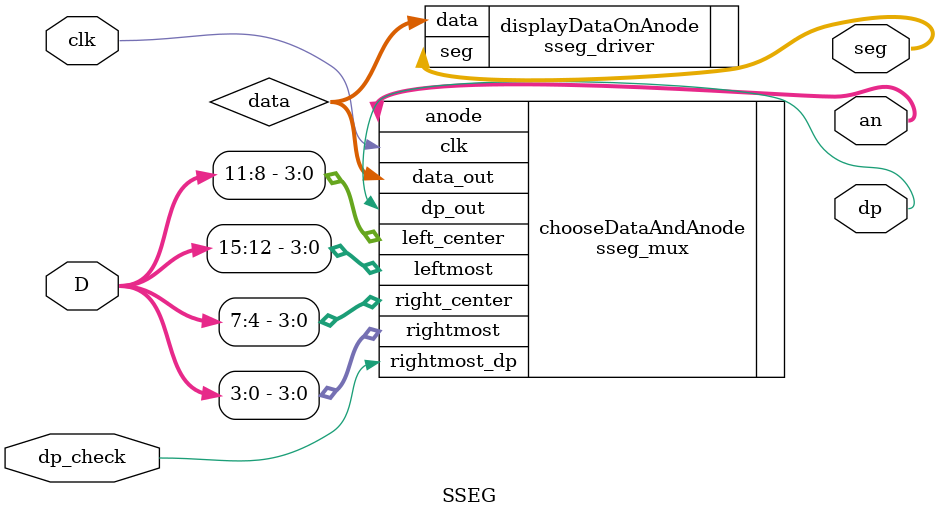
<source format=v>
`timescale 1ns / 1ps

module SSEG(
    input clk,
    input [15:0]D,
    input dp_check,
    output dp,
    output [6:0]seg,
	output [3:0]an
    );
wire [3:0]data;

sseg_mux chooseDataAndAnode(
    .clk(clk),
    .leftmost(D[15:12]),
    .left_center(D[11:8]),
    .right_center(D[7:4]),
    .rightmost(D[3:0]), 
    .rightmost_dp(dp_check),   
    .data_out(data),
    .dp_out(dp),
    .anode(an)
);

sseg_driver displayDataOnAnode(
    .data(data),
	.seg(seg)
);
    
    
endmodule

</source>
